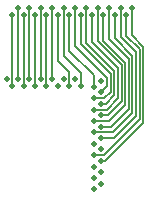
<source format=gbr>
G04 #@! TF.GenerationSoftware,KiCad,Pcbnew,(5.1.0)-1*
G04 #@! TF.CreationDate,2019-09-18T15:22:59-07:00*
G04 #@! TF.ProjectId,FlexPC,466c6578-5043-42e6-9b69-6361645f7063,rev?*
G04 #@! TF.SameCoordinates,Original*
G04 #@! TF.FileFunction,Copper,L1,Top*
G04 #@! TF.FilePolarity,Positive*
%FSLAX46Y46*%
G04 Gerber Fmt 4.6, Leading zero omitted, Abs format (unit mm)*
G04 Created by KiCad (PCBNEW (5.1.0)-1) date 2019-09-18 15:22:59*
%MOMM*%
%LPD*%
G04 APERTURE LIST*
%ADD10C,0.508000*%
%ADD11C,0.152400*%
G04 APERTURE END LIST*
D10*
X34669240Y-37563050D03*
X35278840Y-37080451D03*
X34669240Y-36597851D03*
X35278840Y-36115252D03*
X34669240Y-35632652D03*
X35278840Y-35150053D03*
X34669240Y-34667453D03*
X35278840Y-34184854D03*
X34669240Y-33702254D03*
X35278840Y-33219655D03*
X34669240Y-32737055D03*
X35278840Y-32254456D03*
X34669240Y-31771856D03*
X35278840Y-31289257D03*
X34669240Y-30806657D03*
X35278840Y-30324058D03*
X34669240Y-29841458D03*
X35278840Y-29358859D03*
X34669240Y-28876259D03*
X35278840Y-28393660D03*
X33554173Y-28802600D03*
X33071574Y-28193000D03*
X32588974Y-28802600D03*
X32106375Y-28193000D03*
X31623775Y-28802600D03*
X31141176Y-28193000D03*
X30658576Y-28802600D03*
X30175977Y-28193000D03*
X29693377Y-28802600D03*
X29210778Y-28193000D03*
X28728178Y-28802600D03*
X28245579Y-28193000D03*
X27762979Y-28802600D03*
X27280380Y-28193000D03*
X27762200Y-22802600D03*
X28244799Y-22193000D03*
X37896793Y-22193000D03*
X37414194Y-22802600D03*
X36931594Y-22193000D03*
X36448995Y-22802600D03*
X35966395Y-22193000D03*
X35483796Y-22802600D03*
X35001196Y-22193000D03*
X34518597Y-22802600D03*
X34035997Y-22193000D03*
X33553398Y-22802600D03*
X33070798Y-22193000D03*
X32588199Y-22802600D03*
X32105599Y-22193000D03*
X31623000Y-22802600D03*
X31140400Y-22193000D03*
X30657801Y-22802600D03*
X30175201Y-22193000D03*
X29692602Y-22802600D03*
X29210002Y-22193000D03*
X28727403Y-22802600D03*
D11*
X28728178Y-22803375D02*
X28727403Y-22802600D01*
X28728178Y-28802600D02*
X28728178Y-22803375D01*
X29210778Y-22193776D02*
X29210002Y-22193000D01*
X29210778Y-28193000D02*
X29210778Y-22193776D01*
X27762979Y-22803379D02*
X27762200Y-22802600D01*
X27762979Y-28802600D02*
X27762979Y-22803379D01*
X31141176Y-22193776D02*
X31140400Y-22193000D01*
X31141176Y-28193000D02*
X31141176Y-22193776D01*
X30658576Y-22803375D02*
X30657801Y-22802600D01*
X30658576Y-28802600D02*
X30658576Y-22803375D01*
X30175977Y-22193776D02*
X30175201Y-22193000D01*
X30175977Y-28193000D02*
X30175977Y-22193776D01*
X29693377Y-22803375D02*
X29692602Y-22802600D01*
X29693377Y-28802600D02*
X29693377Y-22803375D01*
X32588974Y-27635974D02*
X32588974Y-28802600D01*
X31623000Y-22802600D02*
X31623000Y-26670000D01*
X31623000Y-26670000D02*
X32588974Y-27635974D01*
X35532839Y-29104860D02*
X35278840Y-29358859D01*
X35791411Y-28846288D02*
X35532839Y-29104860D01*
X35791411Y-28138675D02*
X35791411Y-28846288D01*
X33070798Y-22193000D02*
X33070798Y-25418062D01*
X33070798Y-25418062D02*
X35791411Y-28138675D01*
X35028450Y-29841458D02*
X34669240Y-29841458D01*
X35563085Y-29841458D02*
X35028450Y-29841458D01*
X36098869Y-29305674D02*
X35563085Y-29841458D01*
X36098869Y-27829712D02*
X36098869Y-29305674D01*
X33553398Y-22802600D02*
X33553398Y-25284241D01*
X33553398Y-25284241D02*
X36098869Y-27829712D01*
X35663592Y-30324058D02*
X35278840Y-30324058D01*
X36410365Y-29577285D02*
X35663592Y-30324058D01*
X36410365Y-27569493D02*
X36410365Y-29577285D01*
X34035997Y-22193000D02*
X34035997Y-25195125D01*
X34035997Y-25195125D02*
X36410365Y-27569493D01*
X35028450Y-30806657D02*
X34669240Y-30806657D01*
X35770919Y-30806657D02*
X35028450Y-30806657D01*
X36719486Y-29858090D02*
X35770919Y-30806657D01*
X36719486Y-27315368D02*
X36719486Y-29858090D01*
X34518597Y-22802600D02*
X34518597Y-25114479D01*
X34518597Y-25114479D02*
X36719486Y-27315368D01*
X35861194Y-31289257D02*
X35278840Y-31289257D01*
X37027066Y-30123385D02*
X35861194Y-31289257D01*
X37027066Y-27063937D02*
X37027066Y-30123385D01*
X35001196Y-22193000D02*
X35001196Y-25038067D01*
X35001196Y-25038067D02*
X37027066Y-27063937D01*
X35028450Y-31771856D02*
X34669240Y-31771856D01*
X35961702Y-31771856D02*
X35028450Y-31771856D01*
X37327205Y-30406353D02*
X35961702Y-31771856D01*
X37327205Y-26839921D02*
X37327205Y-30406353D01*
X35483796Y-22802600D02*
X35483796Y-24996512D01*
X35483796Y-24996512D02*
X37327205Y-26839921D01*
X35638050Y-32254456D02*
X35278840Y-32254456D01*
X36123789Y-32254456D02*
X35638050Y-32254456D01*
X37627344Y-30750901D02*
X36123789Y-32254456D01*
X37627344Y-26533053D02*
X37627344Y-30750901D01*
X35966395Y-22193000D02*
X35966395Y-24872104D01*
X35966395Y-24872104D02*
X37627344Y-26533053D01*
X35028450Y-32737055D02*
X34669240Y-32737055D01*
X36274745Y-32737055D02*
X35028450Y-32737055D01*
X37932790Y-31079010D02*
X36274745Y-32737055D01*
X37932790Y-26248790D02*
X37932790Y-31079010D01*
X36448995Y-22802600D02*
X36448995Y-24764995D01*
X36448995Y-24764995D02*
X37932790Y-26248790D01*
X35638050Y-33219655D02*
X35278840Y-33219655D01*
X36376345Y-33219655D02*
X35638050Y-33219655D01*
X38241032Y-31354968D02*
X36376345Y-33219655D01*
X38241032Y-25972832D02*
X38241032Y-31354968D01*
X36931594Y-22193000D02*
X36931594Y-24663394D01*
X36931594Y-24663394D02*
X38241032Y-25972832D01*
X35028450Y-34667453D02*
X34669240Y-34667453D01*
X35518977Y-34667453D02*
X35028450Y-34667453D01*
X38555394Y-31631036D02*
X35518977Y-34667453D01*
X38555394Y-25721638D02*
X38555394Y-31631036D01*
X37414194Y-22802600D02*
X37414194Y-24580438D01*
X37414194Y-24580438D02*
X38555394Y-25721638D01*
X35638050Y-35150053D02*
X35278840Y-35150053D01*
X38874118Y-31913985D02*
X35638050Y-35150053D01*
X38874118Y-25475618D02*
X38874118Y-31913985D01*
X37896793Y-22193000D02*
X37896793Y-24498293D01*
X37896793Y-24498293D02*
X38874118Y-25475618D01*
X28245579Y-22193780D02*
X28244799Y-22193000D01*
X28245579Y-28193000D02*
X28245579Y-22193780D01*
X34669240Y-27912840D02*
X34669240Y-28876259D01*
X32588199Y-22802600D02*
X32588199Y-25831799D01*
X32588199Y-25831799D02*
X34669240Y-27912840D01*
X33554173Y-28443390D02*
X33554173Y-28802600D01*
X33554173Y-27708018D02*
X33554173Y-28443390D01*
X32105599Y-22193000D02*
X32105599Y-26259444D01*
X32105599Y-26259444D02*
X33554173Y-27708018D01*
M02*

</source>
